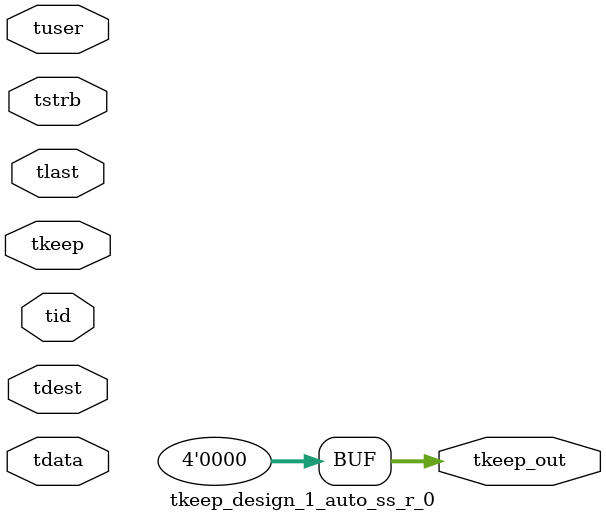
<source format=v>


`timescale 1ps/1ps

module tkeep_design_1_auto_ss_r_0 #
(
parameter C_S_AXIS_TDATA_WIDTH = 32,
parameter C_S_AXIS_TUSER_WIDTH = 0,
parameter C_S_AXIS_TID_WIDTH   = 0,
parameter C_S_AXIS_TDEST_WIDTH = 0,
parameter C_M_AXIS_TDATA_WIDTH = 32
)
(
input  [(C_S_AXIS_TDATA_WIDTH == 0 ? 1 : C_S_AXIS_TDATA_WIDTH)-1:0     ] tdata,
input  [(C_S_AXIS_TUSER_WIDTH == 0 ? 1 : C_S_AXIS_TUSER_WIDTH)-1:0     ] tuser,
input  [(C_S_AXIS_TID_WIDTH   == 0 ? 1 : C_S_AXIS_TID_WIDTH)-1:0       ] tid,
input  [(C_S_AXIS_TDEST_WIDTH == 0 ? 1 : C_S_AXIS_TDEST_WIDTH)-1:0     ] tdest,
input  [(C_S_AXIS_TDATA_WIDTH/8)-1:0 ] tkeep,
input  [(C_S_AXIS_TDATA_WIDTH/8)-1:0 ] tstrb,
input                                                                    tlast,
output [(C_M_AXIS_TDATA_WIDTH/8)-1:0 ] tkeep_out
);

assign tkeep_out = {1'b0};

endmodule


</source>
